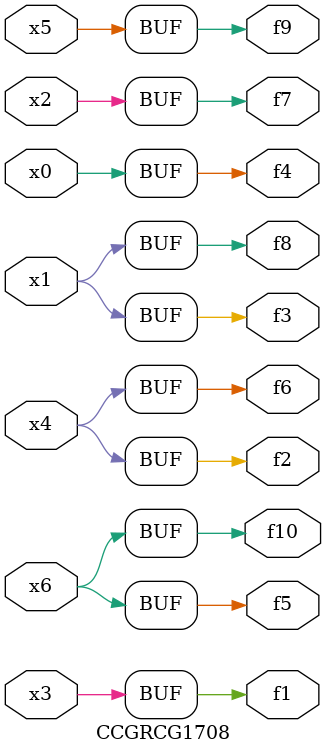
<source format=v>
module CCGRCG1708(
	input x0, x1, x2, x3, x4, x5, x6,
	output f1, f2, f3, f4, f5, f6, f7, f8, f9, f10
);
	assign f1 = x3;
	assign f2 = x4;
	assign f3 = x1;
	assign f4 = x0;
	assign f5 = x6;
	assign f6 = x4;
	assign f7 = x2;
	assign f8 = x1;
	assign f9 = x5;
	assign f10 = x6;
endmodule

</source>
